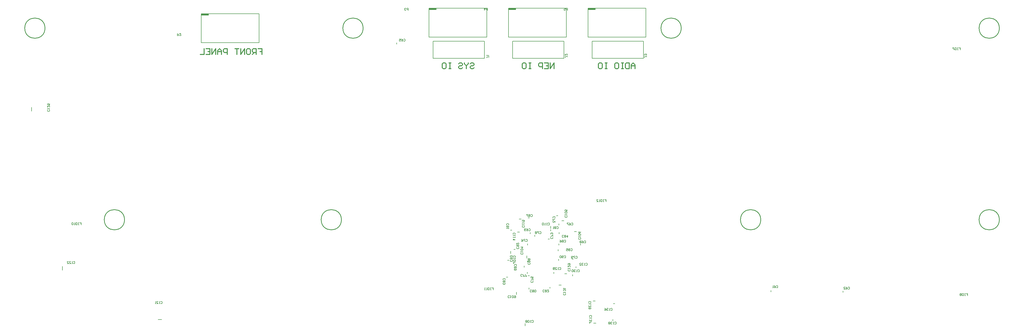
<source format=gbo>
%FSLAX24Y24*%
%MOIN*%
G70*
G01*
G75*
G04 Layer_Color=32896*
%ADD10C,0.0197*%
%ADD11R,0.0276X0.0354*%
%ADD12C,0.0130*%
%ADD13R,0.0394X0.0433*%
%ADD14R,0.0945X0.1024*%
%ADD15C,0.0400*%
%ADD16R,0.3000X0.2900*%
%ADD17R,0.1500X0.0500*%
%ADD18R,0.0630X0.0709*%
%ADD19R,0.0709X0.0630*%
%ADD20R,0.0571X0.0197*%
%ADD21R,0.1575X0.0335*%
%ADD22R,0.0630X0.0512*%
%ADD23R,0.0551X0.0787*%
%ADD24R,0.1496X0.0394*%
%ADD25R,0.0394X0.1496*%
%ADD26R,0.1024X0.0945*%
%ADD27R,0.1102X0.1024*%
%ADD28R,0.0197X0.0610*%
%ADD29R,0.0610X0.0197*%
%ADD30R,0.0610X0.0197*%
%ADD31R,0.0374X0.0335*%
%ADD32R,0.0374X0.0335*%
%ADD33O,0.0394X0.1083*%
%ADD34R,0.0394X0.1083*%
%ADD35C,0.0060*%
%ADD36C,0.0080*%
%ADD37C,0.0110*%
%ADD38C,0.0200*%
%ADD39C,0.0160*%
%ADD40C,0.0300*%
%ADD41C,0.0180*%
%ADD42C,0.0100*%
%ADD43C,0.0240*%
%ADD44C,0.0120*%
%ADD45C,0.0800*%
%ADD46C,0.0600*%
%ADD47C,0.0669*%
%ADD48C,0.1300*%
%ADD49C,0.0591*%
%ADD50R,0.0591X0.0591*%
%ADD51C,0.1063*%
%ADD52C,0.1750*%
%ADD53C,0.0500*%
%ADD54C,0.0200*%
%ADD55C,0.0300*%
%ADD56R,0.0354X0.0945*%
%ADD57R,0.0500X0.1449*%
%ADD58R,0.0354X0.0276*%
%ADD59R,0.0433X0.0394*%
%ADD60C,0.0039*%
%ADD61C,0.0098*%
%ADD62C,0.0079*%
%ADD63C,0.0070*%
%ADD64C,0.0040*%
%ADD65C,0.0090*%
%ADD66C,0.0600*%
%ADD67C,0.0150*%
%ADD68C,0.0025*%
D36*
X109500Y72750D02*
Y76750D01*
X101500Y72750D02*
Y76750D01*
Y72750D02*
X109500D01*
X101500Y76750D02*
X109500D01*
X102500Y76550D02*
Y76750D01*
X101500Y76550D02*
X102500D01*
X101500Y76600D02*
X102450D01*
X101500Y76650D02*
X102500D01*
X101500Y76700D02*
X102450D01*
X102500Y76650D01*
X98500Y72750D02*
Y76750D01*
X90500Y72750D02*
Y76750D01*
Y72750D02*
X98500D01*
X90500Y76750D02*
X98500D01*
X91500Y76550D02*
Y76750D01*
X90500Y76550D02*
X91500D01*
X90500Y76600D02*
X91450D01*
X90500Y76650D02*
X91500D01*
X90500Y76700D02*
X91450D01*
X91500Y76650D01*
X87500Y72750D02*
Y76750D01*
X79500Y72750D02*
Y76750D01*
Y72750D02*
X87500D01*
X79500Y76750D02*
X87500D01*
X80500Y76550D02*
Y76750D01*
X79500Y76550D02*
X80500D01*
X79500Y76600D02*
X80450D01*
X79500Y76650D02*
X80500D01*
X79500Y76700D02*
X80450D01*
X80500Y76650D01*
X56000Y72000D02*
Y76000D01*
X48000Y72000D02*
Y76000D01*
Y72000D02*
X56000D01*
X48000Y76000D02*
X56000D01*
X49000Y75800D02*
Y76000D01*
X48000Y75800D02*
X49000D01*
X48000Y75850D02*
X48950D01*
X48000Y75900D02*
X49000D01*
X48000Y75950D02*
X48950D01*
X49000Y75900D01*
D42*
X158400Y47500D02*
G03*
X158400Y47500I-1400J0D01*
G01*
X125400D02*
G03*
X125400Y47500I-1400J0D01*
G01*
X67400D02*
G03*
X67400Y47500I-1400J0D01*
G01*
X37400D02*
G03*
X37400Y47500I-1400J0D01*
G01*
X158400Y74000D02*
G03*
X158400Y74000I-1400J0D01*
G01*
X114400D02*
G03*
X114400Y74000I-1400J0D01*
G01*
X70400D02*
G03*
X70400Y74000I-1400J0D01*
G01*
X26400D02*
G03*
X26400Y74000I-1400J0D01*
G01*
D44*
X96800Y68400D02*
Y69200D01*
X96267Y68400D01*
Y69200D01*
X95467D02*
X96000D01*
Y68400D01*
X95467D01*
X96000Y68800D02*
X95734D01*
X95201Y68400D02*
Y69200D01*
X94801D01*
X94667Y69066D01*
Y68800D01*
X94801Y68667D01*
X95201D01*
X93601Y69200D02*
X93334D01*
X93468D01*
Y68400D01*
X93601D01*
X93334D01*
X92535Y69200D02*
X92801D01*
X92935Y69066D01*
Y68533D01*
X92801Y68400D01*
X92535D01*
X92401Y68533D01*
Y69066D01*
X92535Y69200D01*
X108000Y68400D02*
Y68933D01*
X107733Y69200D01*
X107467Y68933D01*
Y68400D01*
Y68800D01*
X108000D01*
X107200Y69200D02*
Y68400D01*
X106800D01*
X106667Y68533D01*
Y69066D01*
X106800Y69200D01*
X107200D01*
X106401D02*
X106134D01*
X106267D01*
Y68400D01*
X106401D01*
X106134D01*
X105334Y69200D02*
X105601D01*
X105734Y69066D01*
Y68533D01*
X105601Y68400D01*
X105334D01*
X105201Y68533D01*
Y69066D01*
X105334Y69200D01*
X104135D02*
X103868D01*
X104001D01*
Y68400D01*
X104135D01*
X103868D01*
X103068Y69200D02*
X103335D01*
X103468Y69066D01*
Y68533D01*
X103335Y68400D01*
X103068D01*
X102935Y68533D01*
Y69066D01*
X103068Y69200D01*
X85217Y69066D02*
X85350Y69200D01*
X85617D01*
X85750Y69066D01*
Y68933D01*
X85617Y68800D01*
X85350D01*
X85217Y68667D01*
Y68533D01*
X85350Y68400D01*
X85617D01*
X85750Y68533D01*
X84950Y69200D02*
Y69066D01*
X84684Y68800D01*
X84417Y69066D01*
Y69200D01*
X84684Y68800D02*
Y68400D01*
X83617Y69066D02*
X83751Y69200D01*
X84017D01*
X84151Y69066D01*
Y68933D01*
X84017Y68800D01*
X83751D01*
X83617Y68667D01*
Y68533D01*
X83751Y68400D01*
X84017D01*
X84151Y68533D01*
X82551Y69200D02*
X82284D01*
X82418D01*
Y68400D01*
X82551D01*
X82284D01*
X81485Y69200D02*
X81751D01*
X81885Y69066D01*
Y68533D01*
X81751Y68400D01*
X81485D01*
X81351Y68533D01*
Y69066D01*
X81485Y69200D01*
X55864Y71174D02*
X56398D01*
Y70774D01*
X56131D01*
X56398D01*
Y70374D01*
X55598D02*
Y71174D01*
X55198D01*
X55065Y71040D01*
Y70774D01*
X55198Y70641D01*
X55598D01*
X55331D02*
X55065Y70374D01*
X54398Y71174D02*
X54665D01*
X54798Y71040D01*
Y70507D01*
X54665Y70374D01*
X54398D01*
X54265Y70507D01*
Y71040D01*
X54398Y71174D01*
X53998Y70374D02*
Y71174D01*
X53465Y70374D01*
Y71174D01*
X53199D02*
X52666D01*
X52932D01*
Y70374D01*
X51599D02*
Y71174D01*
X51199D01*
X51066Y71040D01*
Y70774D01*
X51199Y70641D01*
X51599D01*
X50799Y70374D02*
Y70907D01*
X50533Y71174D01*
X50266Y70907D01*
Y70374D01*
Y70774D01*
X50799D01*
X50000Y70374D02*
Y71174D01*
X49467Y70374D01*
Y71174D01*
X48667D02*
X49200D01*
Y70374D01*
X48667D01*
X49200Y70774D02*
X48933D01*
X48400Y71174D02*
Y70374D01*
X47867D01*
D62*
X24533Y62544D02*
Y63056D01*
X42044Y33702D02*
X42556D01*
X126810Y37539D02*
Y37736D01*
X136771Y37461D02*
Y37657D01*
X97480Y46752D02*
Y46949D01*
X100472Y43996D02*
Y44193D01*
X93505Y45571D02*
Y45768D01*
X97146Y48071D02*
X97343D01*
X95965Y44842D02*
X96161D01*
X93208Y39764D02*
X93405D01*
X93150Y43996D02*
Y44193D01*
X93111Y40059D02*
Y40256D01*
X94149Y45202D02*
Y45398D01*
X99272Y42047D02*
X99468D01*
X93349Y37902D02*
Y38098D01*
X96338Y45965D02*
Y46161D01*
X96260Y38012D02*
Y38209D01*
X90217Y39568D02*
X90413D01*
X97519Y45571D02*
Y45768D01*
X97362Y43209D02*
Y43406D01*
X97480Y43996D02*
Y44193D01*
X93209Y47757D02*
X93406D01*
X93150Y41634D02*
Y41831D01*
X92677Y40925D02*
Y41122D01*
X97440Y41870D02*
Y42067D01*
X90768Y46063D02*
X90965D01*
X91240Y43386D02*
X91437D01*
X90374Y41890D02*
X90571D01*
X96771Y40059D02*
Y40256D01*
X99370Y39744D02*
Y39941D01*
X99842Y40846D02*
Y41043D01*
X105019Y35905D02*
X105216D01*
X104960Y33524D02*
Y33720D01*
X90827Y42835D02*
Y43150D01*
X97874Y47362D02*
X98189D01*
X99606Y45866D02*
X99921D01*
X93032Y42205D02*
Y42520D01*
X92795Y32835D02*
Y33150D01*
X91614Y37165D02*
Y37480D01*
X96339Y46299D02*
Y46614D01*
X91732Y45787D02*
X92047D01*
X91968Y47598D02*
X92283D01*
X98268Y40039D02*
X98582D01*
X97480Y38464D02*
X97795D01*
X102283Y33189D02*
X102598D01*
X102205Y36260D02*
X102519D01*
X28802Y40544D02*
Y41056D01*
X75049Y71802D02*
Y71998D01*
D63*
X80079Y72181D02*
X87165D01*
X80079D02*
X87165D01*
X80079Y69819D02*
Y72181D01*
X87165Y69819D02*
Y72181D01*
X80079Y69819D02*
X87165D01*
X102079D02*
X109165D01*
Y72181D01*
X102079Y69819D02*
Y72181D01*
X109165D01*
X102079D02*
X109165D01*
X91079Y69819D02*
X98165D01*
Y72181D01*
X91079Y69819D02*
Y72181D01*
X98165D01*
X91079D02*
X98165D01*
X30312Y41687D02*
X30362Y41737D01*
X30462D01*
X30512Y41687D01*
Y41487D01*
X30462Y41437D01*
X30362D01*
X30312Y41487D01*
X30212Y41437D02*
X30112D01*
X30162D01*
Y41737D01*
X30212Y41687D01*
X29762Y41437D02*
X29962D01*
X29762Y41637D01*
Y41687D01*
X29812Y41737D01*
X29912D01*
X29962Y41687D01*
X29462Y41437D02*
X29662D01*
X29462Y41637D01*
Y41687D01*
X29512Y41737D01*
X29612D01*
X29662Y41687D01*
X103800Y50300D02*
X104000D01*
Y50150D01*
X103900D01*
X104000D01*
Y50000D01*
X103700Y50300D02*
X103600D01*
X103650D01*
Y50000D01*
X103700D01*
X103600D01*
X103450Y50300D02*
Y50000D01*
X103300D01*
X103250Y50050D01*
Y50250D01*
X103300Y50300D01*
X103450D01*
X103150Y50000D02*
X103050D01*
X103100D01*
Y50300D01*
X103150Y50250D01*
X102700Y50000D02*
X102900D01*
X102700Y50200D01*
Y50250D01*
X102750Y50300D01*
X102850D01*
X102900Y50250D01*
X88195Y38105D02*
X88395D01*
Y37955D01*
X88295D01*
X88395D01*
Y37805D01*
X88095Y38105D02*
X87995D01*
X88045D01*
Y37805D01*
X88095D01*
X87995D01*
X87845Y38105D02*
Y37805D01*
X87695D01*
X87645Y37855D01*
Y38055D01*
X87695Y38105D01*
X87845D01*
X87545Y37805D02*
X87445D01*
X87495D01*
Y38105D01*
X87545Y38055D01*
X87295Y37805D02*
X87195D01*
X87245D01*
Y38105D01*
X87295Y38055D01*
X31195Y47105D02*
X31395D01*
Y46955D01*
X31295D01*
X31395D01*
Y46805D01*
X31095Y47105D02*
X30995D01*
X31045D01*
Y46805D01*
X31095D01*
X30995D01*
X30845Y47105D02*
Y46805D01*
X30695D01*
X30645Y46855D01*
Y47055D01*
X30695Y47105D01*
X30845D01*
X30545Y46805D02*
X30445D01*
X30495D01*
Y47105D01*
X30545Y47055D01*
X30295D02*
X30245Y47105D01*
X30145D01*
X30095Y47055D01*
Y46855D01*
X30145Y46805D01*
X30245D01*
X30295Y46855D01*
Y47055D01*
X153800Y37300D02*
X154000D01*
Y37150D01*
X153900D01*
X154000D01*
Y37000D01*
X153700Y37300D02*
X153600D01*
X153650D01*
Y37000D01*
X153700D01*
X153600D01*
X153450Y37300D02*
Y37000D01*
X153300D01*
X153250Y37050D01*
Y37250D01*
X153300Y37300D01*
X153450D01*
X153150Y37250D02*
X153100Y37300D01*
X153000D01*
X152950Y37250D01*
Y37200D01*
X153000Y37150D01*
X152950Y37100D01*
Y37050D01*
X153000Y37000D01*
X153100D01*
X153150Y37050D01*
Y37100D01*
X153100Y37150D01*
X153150Y37200D01*
Y37250D01*
X153100Y37150D02*
X153000D01*
X152800Y71300D02*
X153000D01*
Y71150D01*
X152900D01*
X153000D01*
Y71000D01*
X152700Y71300D02*
X152600D01*
X152650D01*
Y71000D01*
X152700D01*
X152600D01*
X152450Y71300D02*
Y71000D01*
X152300D01*
X152250Y71050D01*
Y71250D01*
X152300Y71300D01*
X152450D01*
X152150D02*
X151950D01*
Y71250D01*
X152150Y71050D01*
Y71000D01*
X99210Y47002D02*
X99260Y47052D01*
X99359D01*
X99409Y47002D01*
Y46802D01*
X99359Y46752D01*
X99260D01*
X99210Y46802D01*
X98910Y47052D02*
X99010Y47002D01*
X99110Y46902D01*
Y46802D01*
X99060Y46752D01*
X98960D01*
X98910Y46802D01*
Y46852D01*
X98960Y46902D01*
X99110D01*
X98810Y47052D02*
X98610D01*
Y47002D01*
X98810Y46802D01*
Y46752D01*
X100981Y44541D02*
X101031Y44591D01*
X101131D01*
X101181Y44541D01*
Y44341D01*
X101131Y44291D01*
X101031D01*
X100981Y44341D01*
X100681Y44591D02*
X100781Y44541D01*
X100881Y44441D01*
Y44341D01*
X100831Y44291D01*
X100731D01*
X100681Y44341D01*
Y44391D01*
X100731Y44441D01*
X100881D01*
X100581Y44541D02*
X100531Y44591D01*
X100431D01*
X100381Y44541D01*
Y44491D01*
X100431Y44441D01*
X100381Y44391D01*
Y44341D01*
X100431Y44291D01*
X100531D01*
X100581Y44341D01*
Y44391D01*
X100531Y44441D01*
X100581Y44491D01*
Y44541D01*
X100531Y44441D02*
X100431D01*
X93304Y46214D02*
X93354Y46264D01*
X93454D01*
X93504Y46214D01*
Y46015D01*
X93454Y45965D01*
X93354D01*
X93304Y46015D01*
X93004Y46264D02*
X93104Y46214D01*
X93204Y46115D01*
Y46015D01*
X93154Y45965D01*
X93054D01*
X93004Y46015D01*
Y46065D01*
X93054Y46115D01*
X93204D01*
X92904Y46015D02*
X92854Y45965D01*
X92754D01*
X92704Y46015D01*
Y46214D01*
X92754Y46264D01*
X92854D01*
X92904Y46214D01*
Y46164D01*
X92854Y46115D01*
X92704D01*
X96699Y47733D02*
X96649Y47783D01*
Y47883D01*
X96699Y47933D01*
X96899D01*
X96949Y47883D01*
Y47783D01*
X96899Y47733D01*
X96649Y47633D02*
Y47433D01*
X96699D01*
X96899Y47633D01*
X96949D01*
Y47133D02*
Y47333D01*
X96749Y47133D01*
X96699D01*
X96649Y47183D01*
Y47283D01*
X96699Y47333D01*
X96608Y45082D02*
X96658Y45032D01*
Y44932D01*
X96608Y44882D01*
X96408D01*
X96358Y44932D01*
Y45032D01*
X96408Y45082D01*
X96658Y45182D02*
Y45382D01*
X96608D01*
X96408Y45182D01*
X96358D01*
X96608Y45482D02*
X96658Y45532D01*
Y45632D01*
X96608Y45682D01*
X96558D01*
X96508Y45632D01*
Y45582D01*
Y45632D01*
X96458Y45682D01*
X96408D01*
X96358Y45632D01*
Y45532D01*
X96408Y45482D01*
X93852Y39038D02*
X93902Y38988D01*
Y38888D01*
X93852Y38838D01*
X93652D01*
X93602Y38888D01*
Y38988D01*
X93652Y39038D01*
X93902Y39138D02*
Y39338D01*
X93852D01*
X93652Y39138D01*
X93602D01*
X93902Y39638D02*
Y39438D01*
X93752D01*
X93802Y39538D01*
Y39588D01*
X93752Y39638D01*
X93652D01*
X93602Y39588D01*
Y39488D01*
X93652Y39438D01*
X92910Y44738D02*
X92960Y44788D01*
X93060D01*
X93110Y44738D01*
Y44538D01*
X93060Y44488D01*
X92960D01*
X92910Y44538D01*
X92810Y44788D02*
X92610D01*
Y44738D01*
X92810Y44538D01*
Y44488D01*
X92310Y44788D02*
X92410Y44738D01*
X92510Y44638D01*
Y44538D01*
X92460Y44488D01*
X92360D01*
X92310Y44538D01*
Y44588D01*
X92360Y44638D01*
X92510D01*
X92424Y39711D02*
X92374Y39661D01*
X92274D01*
X92224Y39711D01*
Y39911D01*
X92274Y39961D01*
X92374D01*
X92424Y39911D01*
X92524Y39661D02*
X92724D01*
Y39711D01*
X92524Y39911D01*
Y39961D01*
X92824Y39661D02*
X93024D01*
Y39711D01*
X92824Y39911D01*
Y39961D01*
X94796Y45826D02*
X94846Y45875D01*
X94946D01*
X94996Y45826D01*
Y45626D01*
X94946Y45576D01*
X94846D01*
X94796Y45626D01*
X94696Y45875D02*
X94496D01*
Y45826D01*
X94696Y45626D01*
Y45576D01*
X94396Y45826D02*
X94346Y45875D01*
X94246D01*
X94196Y45826D01*
Y45776D01*
X94246Y45726D01*
X94196Y45676D01*
Y45626D01*
X94246Y45576D01*
X94346D01*
X94396Y45626D01*
Y45676D01*
X94346Y45726D01*
X94396Y45776D01*
Y45826D01*
X94346Y45726D02*
X94246D01*
X99800Y42400D02*
X99850Y42450D01*
X99950D01*
X100000Y42400D01*
Y42200D01*
X99950Y42150D01*
X99850D01*
X99800Y42200D01*
X99700Y42450D02*
X99500D01*
Y42400D01*
X99700Y42200D01*
Y42150D01*
X99400Y42200D02*
X99350Y42150D01*
X99250D01*
X99200Y42200D01*
Y42400D01*
X99250Y42450D01*
X99350D01*
X99400Y42400D01*
Y42350D01*
X99350Y42300D01*
X99200D01*
X93707Y37534D02*
X93657Y37484D01*
X93557D01*
X93507Y37534D01*
Y37733D01*
X93557Y37783D01*
X93657D01*
X93707Y37733D01*
X93807Y37534D02*
X93857Y37484D01*
X93957D01*
X94007Y37534D01*
Y37584D01*
X93957Y37634D01*
X94007Y37683D01*
Y37733D01*
X93957Y37783D01*
X93857D01*
X93807Y37733D01*
Y37683D01*
X93857Y37634D01*
X93807Y37584D01*
Y37534D01*
X93857Y37634D02*
X93957D01*
X94107Y37534D02*
X94157Y37484D01*
X94257D01*
X94307Y37534D01*
Y37733D01*
X94257Y37783D01*
X94157D01*
X94107Y37733D01*
Y37534D01*
X97182Y46511D02*
X97232Y46561D01*
X97332D01*
X97382Y46511D01*
Y46311D01*
X97332Y46261D01*
X97232D01*
X97182Y46311D01*
X97082Y46511D02*
X97032Y46561D01*
X96932D01*
X96882Y46511D01*
Y46461D01*
X96932Y46411D01*
X96882Y46361D01*
Y46311D01*
X96932Y46261D01*
X97032D01*
X97082Y46311D01*
Y46361D01*
X97032Y46411D01*
X97082Y46461D01*
Y46511D01*
X97032Y46411D02*
X96932D01*
X96782Y46261D02*
X96682D01*
X96732D01*
Y46561D01*
X96782Y46511D01*
X95476Y37545D02*
X95426Y37495D01*
X95326D01*
X95276Y37545D01*
Y37745D01*
X95326Y37795D01*
X95426D01*
X95476Y37745D01*
X95575Y37545D02*
X95625Y37495D01*
X95725D01*
X95775Y37545D01*
Y37595D01*
X95725Y37645D01*
X95775Y37695D01*
Y37745D01*
X95725Y37795D01*
X95625D01*
X95575Y37745D01*
Y37695D01*
X95625Y37645D01*
X95575Y37595D01*
Y37545D01*
X95625Y37645D02*
X95725D01*
X96075Y37795D02*
X95875D01*
X96075Y37595D01*
Y37545D01*
X96025Y37495D01*
X95925D01*
X95875Y37545D01*
X89809Y39170D02*
X89759Y39220D01*
Y39320D01*
X89809Y39370D01*
X90009D01*
X90059Y39320D01*
Y39220D01*
X90009Y39170D01*
X89809Y39070D02*
X89759Y39020D01*
Y38920D01*
X89809Y38870D01*
X89859D01*
X89909Y38920D01*
X89959Y38870D01*
X90009D01*
X90059Y38920D01*
Y39020D01*
X90009Y39070D01*
X89959D01*
X89909Y39020D01*
X89859Y39070D01*
X89809D01*
X89909Y39020D02*
Y38920D01*
X89809Y38770D02*
X89759Y38720D01*
Y38620D01*
X89809Y38570D01*
X89859D01*
X89909Y38620D01*
Y38670D01*
Y38620D01*
X89959Y38570D01*
X90009D01*
X90059Y38620D01*
Y38720D01*
X90009Y38770D01*
X98133Y45124D02*
X98083Y45074D01*
X97983D01*
X97933Y45124D01*
Y45324D01*
X97983Y45374D01*
X98083D01*
X98133Y45324D01*
X98233Y45124D02*
X98283Y45074D01*
X98383D01*
X98433Y45124D01*
Y45174D01*
X98383Y45224D01*
X98433Y45274D01*
Y45324D01*
X98383Y45374D01*
X98283D01*
X98233Y45324D01*
Y45274D01*
X98283Y45224D01*
X98233Y45174D01*
Y45124D01*
X98283Y45224D02*
X98383D01*
X98683Y45374D02*
Y45074D01*
X98533Y45224D01*
X98733D01*
X99111Y43459D02*
X99161Y43509D01*
X99261D01*
X99311Y43459D01*
Y43259D01*
X99261Y43209D01*
X99161D01*
X99111Y43259D01*
X99011Y43459D02*
X98961Y43509D01*
X98861D01*
X98811Y43459D01*
Y43409D01*
X98861Y43359D01*
X98811Y43309D01*
Y43259D01*
X98861Y43209D01*
X98961D01*
X99011Y43259D01*
Y43309D01*
X98961Y43359D01*
X99011Y43409D01*
Y43459D01*
X98961Y43359D02*
X98861D01*
X98511Y43509D02*
X98711D01*
Y43359D01*
X98611Y43409D01*
X98561D01*
X98511Y43359D01*
Y43259D01*
X98561Y43209D01*
X98661D01*
X98711Y43259D01*
X98225Y44640D02*
X98275Y44690D01*
X98375D01*
X98425Y44640D01*
Y44440D01*
X98375Y44390D01*
X98275D01*
X98225Y44440D01*
X98125Y44640D02*
X98075Y44690D01*
X97975D01*
X97925Y44640D01*
Y44590D01*
X97975Y44540D01*
X97925Y44490D01*
Y44440D01*
X97975Y44390D01*
X98075D01*
X98125Y44440D01*
Y44490D01*
X98075Y44540D01*
X98125Y44590D01*
Y44640D01*
X98075Y44540D02*
X97975D01*
X97625Y44690D02*
X97725Y44640D01*
X97825Y44540D01*
Y44440D01*
X97775Y44390D01*
X97675D01*
X97625Y44440D01*
Y44490D01*
X97675Y44540D01*
X97825D01*
X93599Y48183D02*
X93649Y48233D01*
X93749D01*
X93799Y48183D01*
Y47983D01*
X93749Y47933D01*
X93649D01*
X93599Y47983D01*
X93499Y48183D02*
X93449Y48233D01*
X93349D01*
X93299Y48183D01*
Y48133D01*
X93349Y48083D01*
X93299Y48033D01*
Y47983D01*
X93349Y47933D01*
X93449D01*
X93499Y47983D01*
Y48033D01*
X93449Y48083D01*
X93499Y48133D01*
Y48183D01*
X93449Y48083D02*
X93349D01*
X93199Y48233D02*
X92999D01*
Y48183D01*
X93199Y47983D01*
Y47933D01*
X93459Y41539D02*
X93509Y41489D01*
Y41389D01*
X93459Y41339D01*
X93259D01*
X93209Y41389D01*
Y41489D01*
X93259Y41539D01*
X93459Y41638D02*
X93509Y41688D01*
Y41788D01*
X93459Y41838D01*
X93409D01*
X93359Y41788D01*
X93309Y41838D01*
X93259D01*
X93209Y41788D01*
Y41688D01*
X93259Y41638D01*
X93309D01*
X93359Y41688D01*
X93409Y41638D01*
X93459D01*
X93359Y41688D02*
Y41788D01*
X93459Y41938D02*
X93509Y41988D01*
Y42088D01*
X93459Y42138D01*
X93409D01*
X93359Y42088D01*
X93309Y42138D01*
X93259D01*
X93209Y42088D01*
Y41988D01*
X93259Y41938D01*
X93309D01*
X93359Y41988D01*
X93409Y41938D01*
X93459D01*
X93359Y41988D02*
Y42088D01*
X91344Y41119D02*
X91294Y41169D01*
Y41269D01*
X91344Y41319D01*
X91544D01*
X91594Y41269D01*
Y41169D01*
X91544Y41119D01*
X91344Y41019D02*
X91294Y40969D01*
Y40869D01*
X91344Y40819D01*
X91394D01*
X91444Y40869D01*
X91494Y40819D01*
X91544D01*
X91594Y40869D01*
Y40969D01*
X91544Y41019D01*
X91494D01*
X91444Y40969D01*
X91394Y41019D01*
X91344D01*
X91444Y40969D02*
Y40869D01*
X91544Y40719D02*
X91594Y40669D01*
Y40569D01*
X91544Y40519D01*
X91344D01*
X91294Y40569D01*
Y40669D01*
X91344Y40719D01*
X91394D01*
X91444Y40669D01*
Y40519D01*
X98225Y42474D02*
X98275Y42524D01*
X98375D01*
X98425Y42474D01*
Y42274D01*
X98375Y42224D01*
X98275D01*
X98225Y42274D01*
X98125D02*
X98075Y42224D01*
X97975D01*
X97925Y42274D01*
Y42474D01*
X97975Y42524D01*
X98075D01*
X98125Y42474D01*
Y42424D01*
X98075Y42374D01*
X97925D01*
X97825Y42474D02*
X97775Y42524D01*
X97675D01*
X97625Y42474D01*
Y42274D01*
X97675Y42224D01*
X97775D01*
X97825Y42274D01*
Y42474D01*
X90301Y46749D02*
X90251Y46799D01*
Y46899D01*
X90301Y46949D01*
X90501D01*
X90551Y46899D01*
Y46799D01*
X90501Y46749D01*
Y46649D02*
X90551Y46599D01*
Y46499D01*
X90501Y46449D01*
X90301D01*
X90251Y46499D01*
Y46599D01*
X90301Y46649D01*
X90351D01*
X90401Y46599D01*
Y46449D01*
X90551Y46349D02*
Y46249D01*
Y46299D01*
X90251D01*
X90301Y46349D01*
X91884Y43704D02*
X91934Y43654D01*
Y43554D01*
X91884Y43504D01*
X91684D01*
X91634Y43554D01*
Y43654D01*
X91684Y43704D01*
Y43804D02*
X91634Y43854D01*
Y43954D01*
X91684Y44004D01*
X91884D01*
X91934Y43954D01*
Y43854D01*
X91884Y43804D01*
X91834D01*
X91784Y43854D01*
Y44004D01*
X91634Y44304D02*
Y44104D01*
X91834Y44304D01*
X91884D01*
X91934Y44254D01*
Y44154D01*
X91884Y44104D01*
X90998Y41932D02*
X91048Y41882D01*
Y41782D01*
X90998Y41732D01*
X90798D01*
X90748Y41782D01*
Y41882D01*
X90798Y41932D01*
Y42032D02*
X90748Y42082D01*
Y42182D01*
X90798Y42232D01*
X90998D01*
X91048Y42182D01*
Y42082D01*
X90998Y42032D01*
X90948D01*
X90898Y42082D01*
Y42232D01*
X90998Y42332D02*
X91048Y42382D01*
Y42482D01*
X90998Y42532D01*
X90948D01*
X90898Y42482D01*
Y42432D01*
Y42482D01*
X90848Y42532D01*
X90798D01*
X90748Y42482D01*
Y42382D01*
X90798Y42332D01*
X137465Y38134D02*
X137515Y38184D01*
X137615D01*
X137665Y38134D01*
Y37934D01*
X137615Y37884D01*
X137515D01*
X137465Y37934D01*
X137165Y38184D02*
X137265Y38134D01*
X137365Y38034D01*
Y37934D01*
X137315Y37884D01*
X137215D01*
X137165Y37934D01*
Y37984D01*
X137215Y38034D01*
X137365D01*
X136865Y37884D02*
X137065D01*
X136865Y38084D01*
Y38134D01*
X136915Y38184D01*
X137015D01*
X137065Y38134D01*
X75996Y72451D02*
X76046Y72501D01*
X76146D01*
X76196Y72451D01*
Y72251D01*
X76146Y72201D01*
X76046D01*
X75996Y72251D01*
X75696Y72501D02*
X75796Y72451D01*
X75896Y72351D01*
Y72251D01*
X75846Y72201D01*
X75746D01*
X75696Y72251D01*
Y72301D01*
X75746Y72351D01*
X75896D01*
X75396Y72501D02*
X75596D01*
Y72351D01*
X75496Y72401D01*
X75446D01*
X75396Y72351D01*
Y72251D01*
X75446Y72201D01*
X75546D01*
X75596Y72251D01*
X87805Y70085D02*
Y69985D01*
Y70035D01*
X87555D01*
X87505Y69985D01*
Y69935D01*
X87555Y69885D01*
X87505Y70185D02*
Y70285D01*
Y70235D01*
X87805D01*
X87755Y70185D01*
X98650Y70133D02*
Y70033D01*
Y70083D01*
X98400D01*
X98350Y70033D01*
Y69983D01*
X98400Y69933D01*
X98350Y70433D02*
Y70233D01*
X98550Y70433D01*
X98600D01*
X98650Y70383D01*
Y70283D01*
X98600Y70233D01*
X109613Y70133D02*
Y70033D01*
Y70083D01*
X109363D01*
X109313Y70033D01*
Y69983D01*
X109363Y69933D01*
X109563Y70233D02*
X109613Y70283D01*
Y70383D01*
X109563Y70433D01*
X109513D01*
X109463Y70383D01*
Y70333D01*
Y70383D01*
X109413Y70433D01*
X109363D01*
X109313Y70383D01*
Y70283D01*
X109363Y70233D01*
X44707Y73251D02*
Y72951D01*
X44857D01*
X44907Y73001D01*
Y73101D01*
X44857Y73151D01*
X44707D01*
X45206Y73251D02*
X45007D01*
X45206Y73051D01*
Y73001D01*
X45156Y72951D01*
X45057D01*
X45007Y73001D01*
X76629Y76477D02*
Y76777D01*
X76479D01*
X76429Y76727D01*
Y76627D01*
X76479Y76577D01*
X76629D01*
X76329Y76727D02*
X76279Y76777D01*
X76179D01*
X76129Y76727D01*
Y76677D01*
X76179Y76627D01*
X76229D01*
X76179D01*
X76129Y76577D01*
Y76527D01*
X76179Y76477D01*
X76279D01*
X76329Y76527D01*
X87623Y76477D02*
Y76777D01*
X87473D01*
X87424Y76727D01*
Y76627D01*
X87473Y76577D01*
X87623D01*
X87174Y76477D02*
Y76777D01*
X87324Y76627D01*
X87124D01*
X98687Y76466D02*
Y76766D01*
X98537D01*
X98487Y76716D01*
Y76616D01*
X98537Y76566D01*
X98687D01*
X98187Y76766D02*
X98387D01*
Y76616D01*
X98287Y76666D01*
X98237D01*
X98187Y76616D01*
Y76516D01*
X98237Y76466D01*
X98337D01*
X98387Y76516D01*
X92474Y42916D02*
X92524Y42866D01*
Y42767D01*
X92474Y42717D01*
X92274D01*
X92224Y42767D01*
Y42866D01*
X92274Y42916D01*
X92224Y43016D02*
Y43116D01*
Y43066D01*
X92524D01*
X92474Y43016D01*
Y43266D02*
X92524Y43316D01*
Y43416D01*
X92474Y43466D01*
X92274D01*
X92224Y43416D01*
Y43316D01*
X92274Y43266D01*
X92474D01*
X92224Y43716D02*
X92524D01*
X92374Y43566D01*
Y43766D01*
X98577Y48035D02*
X98627Y47985D01*
Y47885D01*
X98577Y47835D01*
X98377D01*
X98327Y47885D01*
Y47985D01*
X98377Y48035D01*
X98327Y48135D02*
Y48235D01*
Y48185D01*
X98627D01*
X98577Y48135D01*
Y48384D02*
X98627Y48434D01*
Y48534D01*
X98577Y48584D01*
X98377D01*
X98327Y48534D01*
Y48434D01*
X98377Y48384D01*
X98577D01*
X98627Y48884D02*
Y48684D01*
X98477D01*
X98527Y48784D01*
Y48834D01*
X98477Y48884D01*
X98377D01*
X98327Y48834D01*
Y48734D01*
X98377Y48684D01*
X100447Y44983D02*
X100497Y44933D01*
Y44833D01*
X100447Y44783D01*
X100247D01*
X100197Y44833D01*
Y44933D01*
X100247Y44983D01*
X100197Y45083D02*
Y45183D01*
Y45133D01*
X100497D01*
X100447Y45083D01*
Y45333D02*
X100497Y45383D01*
Y45483D01*
X100447Y45533D01*
X100247D01*
X100197Y45483D01*
Y45383D01*
X100247Y45333D01*
X100447D01*
X100497Y45833D02*
X100447Y45733D01*
X100347Y45633D01*
X100247D01*
X100197Y45683D01*
Y45783D01*
X100247Y45833D01*
X100297D01*
X100347Y45783D01*
Y45633D01*
X91217Y42297D02*
X91167Y42347D01*
Y42447D01*
X91217Y42497D01*
X91417D01*
X91467Y42447D01*
Y42347D01*
X91417Y42297D01*
X91467Y42197D02*
Y42097D01*
Y42147D01*
X91167D01*
X91217Y42197D01*
Y41947D02*
X91167Y41897D01*
Y41797D01*
X91217Y41747D01*
X91417D01*
X91467Y41797D01*
Y41897D01*
X91417Y41947D01*
X91217D01*
X91167Y41647D02*
Y41448D01*
X91217D01*
X91417Y41647D01*
X91467D01*
X93737Y33537D02*
X93787Y33587D01*
X93887D01*
X93937Y33537D01*
Y33337D01*
X93887Y33287D01*
X93787D01*
X93737Y33337D01*
X93637Y33287D02*
X93537D01*
X93587D01*
Y33587D01*
X93637Y33537D01*
X93387D02*
X93337Y33587D01*
X93237D01*
X93187Y33537D01*
Y33337D01*
X93237Y33287D01*
X93337D01*
X93387Y33337D01*
Y33537D01*
X93087D02*
X93037Y33587D01*
X92937D01*
X92887Y33537D01*
Y33487D01*
X92937Y33437D01*
X92887Y33387D01*
Y33337D01*
X92937Y33287D01*
X93037D01*
X93087Y33337D01*
Y33387D01*
X93037Y33437D01*
X93087Y33487D01*
Y33537D01*
X93037Y33437D02*
X92937D01*
X90653Y36758D02*
X90603Y36708D01*
X90503D01*
X90453Y36758D01*
Y36958D01*
X90503Y37008D01*
X90603D01*
X90653Y36958D01*
X90753Y37008D02*
X90853D01*
X90803D01*
Y36708D01*
X90753Y36758D01*
X91003D02*
X91053Y36708D01*
X91153D01*
X91203Y36758D01*
Y36958D01*
X91153Y37008D01*
X91053D01*
X91003Y36958D01*
Y36758D01*
X91302Y36958D02*
X91352Y37008D01*
X91452D01*
X91502Y36958D01*
Y36758D01*
X91452Y36708D01*
X91352D01*
X91302Y36758D01*
Y36808D01*
X91352Y36858D01*
X91502D01*
X95961Y47002D02*
X96011Y47052D01*
X96111D01*
X96161Y47002D01*
Y46802D01*
X96111Y46752D01*
X96011D01*
X95961Y46802D01*
X95862Y46752D02*
X95762D01*
X95812D01*
Y47052D01*
X95862Y47002D01*
X95612Y46752D02*
X95512D01*
X95562D01*
Y47052D01*
X95612Y47002D01*
X95362D02*
X95312Y47052D01*
X95212D01*
X95162Y47002D01*
Y46802D01*
X95212Y46752D01*
X95312D01*
X95362Y46802D01*
Y47002D01*
X91187Y45469D02*
X91137Y45519D01*
Y45619D01*
X91187Y45669D01*
X91387D01*
X91437Y45619D01*
Y45519D01*
X91387Y45469D01*
X91437Y45369D02*
Y45269D01*
Y45319D01*
X91137D01*
X91187Y45369D01*
X91437Y45119D02*
Y45019D01*
Y45069D01*
X91137D01*
X91187Y45119D01*
X91437Y44720D02*
X91137D01*
X91287Y44870D01*
Y44670D01*
X92671Y46657D02*
X92721Y46607D01*
Y46507D01*
X92671Y46457D01*
X92471D01*
X92421Y46507D01*
Y46607D01*
X92471Y46657D01*
X92421Y46757D02*
Y46857D01*
Y46807D01*
X92721D01*
X92671Y46757D01*
X92421Y47007D02*
Y47106D01*
Y47056D01*
X92721D01*
X92671Y47007D01*
X92721Y47456D02*
Y47256D01*
X92571D01*
X92621Y47356D01*
Y47406D01*
X92571Y47456D01*
X92471D01*
X92421Y47406D01*
Y47306D01*
X92471Y47256D01*
X127560Y38340D02*
X127610Y38390D01*
X127710D01*
X127760Y38340D01*
Y38140D01*
X127710Y38090D01*
X127610D01*
X127560Y38140D01*
X127260Y38390D02*
X127360Y38340D01*
X127460Y38240D01*
Y38140D01*
X127410Y38090D01*
X127310D01*
X127260Y38140D01*
Y38190D01*
X127310Y38240D01*
X127460D01*
X127160Y38090D02*
X127060D01*
X127110D01*
Y38390D01*
X127160Y38340D01*
X97530Y40860D02*
X97580Y40910D01*
X97680D01*
X97730Y40860D01*
Y40660D01*
X97680Y40610D01*
X97580D01*
X97530Y40660D01*
X97430Y40610D02*
X97330D01*
X97380D01*
Y40910D01*
X97430Y40860D01*
X96980Y40610D02*
X97180D01*
X96980Y40810D01*
Y40860D01*
X97030Y40910D01*
X97130D01*
X97180Y40860D01*
X96880D02*
X96830Y40910D01*
X96730D01*
X96680Y40860D01*
Y40810D01*
X96730Y40760D01*
X96680Y40710D01*
Y40660D01*
X96730Y40610D01*
X96830D01*
X96880Y40660D01*
Y40710D01*
X96830Y40760D01*
X96880Y40810D01*
Y40860D01*
X96830Y40760D02*
X96730D01*
X99000Y40600D02*
X99050Y40550D01*
Y40450D01*
X99000Y40400D01*
X98800D01*
X98750Y40450D01*
Y40550D01*
X98800Y40600D01*
X98750Y40700D02*
Y40800D01*
Y40750D01*
X99050D01*
X99000Y40700D01*
X98750Y41150D02*
Y40950D01*
X98950Y41150D01*
X99000D01*
X99050Y41100D01*
Y41000D01*
X99000Y40950D01*
X98800Y41250D02*
X98750Y41300D01*
Y41400D01*
X98800Y41450D01*
X99000D01*
X99050Y41400D01*
Y41300D01*
X99000Y41250D01*
X98950D01*
X98900Y41300D01*
Y41450D01*
X100120Y40540D02*
X100170Y40590D01*
X100270D01*
X100320Y40540D01*
Y40340D01*
X100270Y40290D01*
X100170D01*
X100120Y40340D01*
X100020Y40290D02*
X99920D01*
X99970D01*
Y40590D01*
X100020Y40540D01*
X99770D02*
X99720Y40590D01*
X99620D01*
X99570Y40540D01*
Y40490D01*
X99620Y40440D01*
X99670D01*
X99620D01*
X99570Y40390D01*
Y40340D01*
X99620Y40290D01*
X99720D01*
X99770Y40340D01*
X99470Y40540D02*
X99420Y40590D01*
X99320D01*
X99270Y40540D01*
Y40340D01*
X99320Y40290D01*
X99420D01*
X99470Y40340D01*
Y40540D01*
X98350Y37300D02*
X98400Y37250D01*
Y37150D01*
X98350Y37100D01*
X98150D01*
X98100Y37150D01*
Y37250D01*
X98150Y37300D01*
X98100Y37400D02*
Y37500D01*
Y37450D01*
X98400D01*
X98350Y37400D01*
Y37650D02*
X98400Y37700D01*
Y37800D01*
X98350Y37850D01*
X98300D01*
X98250Y37800D01*
Y37750D01*
Y37800D01*
X98200Y37850D01*
X98150D01*
X98100Y37800D01*
Y37700D01*
X98150Y37650D01*
X98100Y37950D02*
Y38050D01*
Y38000D01*
X98400D01*
X98350Y37950D01*
X101200Y41450D02*
X101250Y41500D01*
X101350D01*
X101400Y41450D01*
Y41250D01*
X101350Y41200D01*
X101250D01*
X101200Y41250D01*
X101100Y41200D02*
X101000D01*
X101050D01*
Y41500D01*
X101100Y41450D01*
X100850D02*
X100800Y41500D01*
X100700D01*
X100650Y41450D01*
Y41400D01*
X100700Y41350D01*
X100750D01*
X100700D01*
X100650Y41300D01*
Y41250D01*
X100700Y41200D01*
X100800D01*
X100850Y41250D01*
X100350Y41200D02*
X100550D01*
X100350Y41400D01*
Y41450D01*
X100400Y41500D01*
X100500D01*
X100550Y41450D01*
X104650Y35200D02*
X104700Y35250D01*
X104800D01*
X104850Y35200D01*
Y35000D01*
X104800Y34950D01*
X104700D01*
X104650Y35000D01*
X104550Y34950D02*
X104450D01*
X104500D01*
Y35250D01*
X104550Y35200D01*
X104300D02*
X104250Y35250D01*
X104150D01*
X104100Y35200D01*
Y35150D01*
X104150Y35100D01*
X104200D01*
X104150D01*
X104100Y35050D01*
Y35000D01*
X104150Y34950D01*
X104250D01*
X104300Y35000D01*
X103800Y35250D02*
X103900Y35200D01*
X104000Y35100D01*
Y35000D01*
X103950Y34950D01*
X103850D01*
X103800Y35000D01*
Y35050D01*
X103850Y35100D01*
X104000D01*
X101750Y34050D02*
X101700Y34100D01*
Y34200D01*
X101750Y34250D01*
X101950D01*
X102000Y34200D01*
Y34100D01*
X101950Y34050D01*
X102000Y33950D02*
Y33850D01*
Y33900D01*
X101700D01*
X101750Y33950D01*
Y33700D02*
X101700Y33650D01*
Y33550D01*
X101750Y33500D01*
X101800D01*
X101850Y33550D01*
Y33600D01*
Y33550D01*
X101900Y33500D01*
X101950D01*
X102000Y33550D01*
Y33650D01*
X101950Y33700D01*
X101700Y33400D02*
Y33200D01*
X101750D01*
X101950Y33400D01*
X102000D01*
X105200Y33300D02*
X105250Y33350D01*
X105350D01*
X105400Y33300D01*
Y33100D01*
X105350Y33050D01*
X105250D01*
X105200Y33100D01*
X105100Y33050D02*
X105000D01*
X105050D01*
Y33350D01*
X105100Y33300D01*
X104850D02*
X104800Y33350D01*
X104700D01*
X104650Y33300D01*
Y33250D01*
X104700Y33200D01*
X104750D01*
X104700D01*
X104650Y33150D01*
Y33100D01*
X104700Y33050D01*
X104800D01*
X104850Y33100D01*
X104550Y33300D02*
X104500Y33350D01*
X104400D01*
X104350Y33300D01*
Y33250D01*
X104400Y33200D01*
X104350Y33150D01*
Y33100D01*
X104400Y33050D01*
X104500D01*
X104550Y33100D01*
Y33150D01*
X104500Y33200D01*
X104550Y33250D01*
Y33300D01*
X104500Y33200D02*
X104400D01*
X101650Y36000D02*
X101600Y36050D01*
Y36150D01*
X101650Y36200D01*
X101850D01*
X101900Y36150D01*
Y36050D01*
X101850Y36000D01*
X101900Y35900D02*
Y35800D01*
Y35850D01*
X101600D01*
X101650Y35900D01*
Y35650D02*
X101600Y35600D01*
Y35500D01*
X101650Y35450D01*
X101700D01*
X101750Y35500D01*
Y35550D01*
Y35500D01*
X101800Y35450D01*
X101850D01*
X101900Y35500D01*
Y35600D01*
X101850Y35650D01*
Y35350D02*
X101900Y35300D01*
Y35200D01*
X101850Y35150D01*
X101650D01*
X101600Y35200D01*
Y35300D01*
X101650Y35350D01*
X101700D01*
X101750Y35300D01*
Y35150D01*
X42395Y36155D02*
X42445Y36205D01*
X42545D01*
X42595Y36155D01*
Y35955D01*
X42545Y35905D01*
X42445D01*
X42395Y35955D01*
X42295Y35905D02*
X42195D01*
X42245D01*
Y36205D01*
X42295Y36155D01*
X41845Y35905D02*
X42045D01*
X41845Y36105D01*
Y36155D01*
X41895Y36205D01*
X41995D01*
X42045Y36155D01*
X41745Y35905D02*
X41645D01*
X41695D01*
Y36205D01*
X41745Y36155D01*
X26986Y62705D02*
X27036Y62655D01*
Y62555D01*
X26986Y62505D01*
X26786D01*
X26736Y62555D01*
Y62655D01*
X26786Y62705D01*
X26736Y62805D02*
Y62905D01*
Y62855D01*
X27036D01*
X26986Y62805D01*
X26736Y63255D02*
Y63055D01*
X26936Y63255D01*
X26986D01*
X27036Y63205D01*
Y63105D01*
X26986Y63055D01*
X27036Y63555D02*
Y63355D01*
X26886D01*
X26936Y63455D01*
Y63505D01*
X26886Y63555D01*
X26786D01*
X26736Y63505D01*
Y63405D01*
X26786Y63355D01*
M02*

</source>
